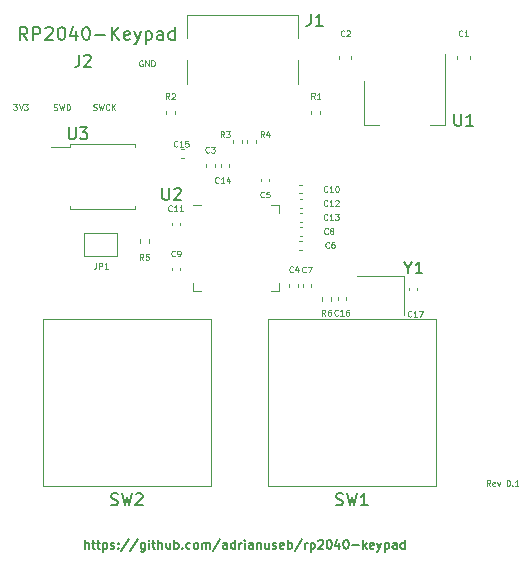
<source format=gbr>
%TF.GenerationSoftware,KiCad,Pcbnew,(6.0.7)*%
%TF.CreationDate,2022-09-14T15:08:01+02:00*%
%TF.ProjectId,rp2040-keypad,72703230-3430-42d6-9b65-797061642e6b,rev?*%
%TF.SameCoordinates,Original*%
%TF.FileFunction,Legend,Top*%
%TF.FilePolarity,Positive*%
%FSLAX46Y46*%
G04 Gerber Fmt 4.6, Leading zero omitted, Abs format (unit mm)*
G04 Created by KiCad (PCBNEW (6.0.7)) date 2022-09-14 15:08:01*
%MOMM*%
%LPD*%
G01*
G04 APERTURE LIST*
%ADD10C,0.100000*%
%ADD11C,0.150000*%
%ADD12C,0.120000*%
G04 APERTURE END LIST*
D10*
X180464285Y-97951190D02*
X180297619Y-97713095D01*
X180178571Y-97951190D02*
X180178571Y-97451190D01*
X180369047Y-97451190D01*
X180416666Y-97475000D01*
X180440476Y-97498809D01*
X180464285Y-97546428D01*
X180464285Y-97617857D01*
X180440476Y-97665476D01*
X180416666Y-97689285D01*
X180369047Y-97713095D01*
X180178571Y-97713095D01*
X180869047Y-97927380D02*
X180821428Y-97951190D01*
X180726190Y-97951190D01*
X180678571Y-97927380D01*
X180654761Y-97879761D01*
X180654761Y-97689285D01*
X180678571Y-97641666D01*
X180726190Y-97617857D01*
X180821428Y-97617857D01*
X180869047Y-97641666D01*
X180892857Y-97689285D01*
X180892857Y-97736904D01*
X180654761Y-97784523D01*
X181059523Y-97617857D02*
X181178571Y-97951190D01*
X181297619Y-97617857D01*
X181964285Y-97451190D02*
X182011904Y-97451190D01*
X182059523Y-97475000D01*
X182083333Y-97498809D01*
X182107142Y-97546428D01*
X182130952Y-97641666D01*
X182130952Y-97760714D01*
X182107142Y-97855952D01*
X182083333Y-97903571D01*
X182059523Y-97927380D01*
X182011904Y-97951190D01*
X181964285Y-97951190D01*
X181916666Y-97927380D01*
X181892857Y-97903571D01*
X181869047Y-97855952D01*
X181845238Y-97760714D01*
X181845238Y-97641666D01*
X181869047Y-97546428D01*
X181892857Y-97498809D01*
X181916666Y-97475000D01*
X181964285Y-97451190D01*
X182345238Y-97903571D02*
X182369047Y-97927380D01*
X182345238Y-97951190D01*
X182321428Y-97927380D01*
X182345238Y-97903571D01*
X182345238Y-97951190D01*
X182845238Y-97951190D02*
X182559523Y-97951190D01*
X182702380Y-97951190D02*
X182702380Y-97451190D01*
X182654761Y-97522619D01*
X182607142Y-97570238D01*
X182559523Y-97594047D01*
X151019047Y-61950000D02*
X150971428Y-61926190D01*
X150900000Y-61926190D01*
X150828571Y-61950000D01*
X150780952Y-61997619D01*
X150757142Y-62045238D01*
X150733333Y-62140476D01*
X150733333Y-62211904D01*
X150757142Y-62307142D01*
X150780952Y-62354761D01*
X150828571Y-62402380D01*
X150900000Y-62426190D01*
X150947619Y-62426190D01*
X151019047Y-62402380D01*
X151042857Y-62378571D01*
X151042857Y-62211904D01*
X150947619Y-62211904D01*
X151257142Y-62426190D02*
X151257142Y-61926190D01*
X151542857Y-62426190D01*
X151542857Y-61926190D01*
X151780952Y-62426190D02*
X151780952Y-61926190D01*
X151900000Y-61926190D01*
X151971428Y-61950000D01*
X152019047Y-61997619D01*
X152042857Y-62045238D01*
X152066666Y-62140476D01*
X152066666Y-62211904D01*
X152042857Y-62307142D01*
X152019047Y-62354761D01*
X151971428Y-62402380D01*
X151900000Y-62426190D01*
X151780952Y-62426190D01*
X146871428Y-66102380D02*
X146942857Y-66126190D01*
X147061904Y-66126190D01*
X147109523Y-66102380D01*
X147133333Y-66078571D01*
X147157142Y-66030952D01*
X147157142Y-65983333D01*
X147133333Y-65935714D01*
X147109523Y-65911904D01*
X147061904Y-65888095D01*
X146966666Y-65864285D01*
X146919047Y-65840476D01*
X146895238Y-65816666D01*
X146871428Y-65769047D01*
X146871428Y-65721428D01*
X146895238Y-65673809D01*
X146919047Y-65650000D01*
X146966666Y-65626190D01*
X147085714Y-65626190D01*
X147157142Y-65650000D01*
X147323809Y-65626190D02*
X147442857Y-66126190D01*
X147538095Y-65769047D01*
X147633333Y-66126190D01*
X147752380Y-65626190D01*
X148228571Y-66078571D02*
X148204761Y-66102380D01*
X148133333Y-66126190D01*
X148085714Y-66126190D01*
X148014285Y-66102380D01*
X147966666Y-66054761D01*
X147942857Y-66007142D01*
X147919047Y-65911904D01*
X147919047Y-65840476D01*
X147942857Y-65745238D01*
X147966666Y-65697619D01*
X148014285Y-65650000D01*
X148085714Y-65626190D01*
X148133333Y-65626190D01*
X148204761Y-65650000D01*
X148228571Y-65673809D01*
X148442857Y-66126190D02*
X148442857Y-65626190D01*
X148728571Y-66126190D02*
X148514285Y-65840476D01*
X148728571Y-65626190D02*
X148442857Y-65911904D01*
X140080952Y-65626190D02*
X140390476Y-65626190D01*
X140223809Y-65816666D01*
X140295238Y-65816666D01*
X140342857Y-65840476D01*
X140366666Y-65864285D01*
X140390476Y-65911904D01*
X140390476Y-66030952D01*
X140366666Y-66078571D01*
X140342857Y-66102380D01*
X140295238Y-66126190D01*
X140152380Y-66126190D01*
X140104761Y-66102380D01*
X140080952Y-66078571D01*
X140533333Y-65626190D02*
X140700000Y-66126190D01*
X140866666Y-65626190D01*
X140985714Y-65626190D02*
X141295238Y-65626190D01*
X141128571Y-65816666D01*
X141200000Y-65816666D01*
X141247619Y-65840476D01*
X141271428Y-65864285D01*
X141295238Y-65911904D01*
X141295238Y-66030952D01*
X141271428Y-66078571D01*
X141247619Y-66102380D01*
X141200000Y-66126190D01*
X141057142Y-66126190D01*
X141009523Y-66102380D01*
X140985714Y-66078571D01*
D11*
X146144285Y-103264285D02*
X146144285Y-102514285D01*
X146465714Y-103264285D02*
X146465714Y-102871428D01*
X146430000Y-102800000D01*
X146358571Y-102764285D01*
X146251428Y-102764285D01*
X146180000Y-102800000D01*
X146144285Y-102835714D01*
X146715714Y-102764285D02*
X147001428Y-102764285D01*
X146822857Y-102514285D02*
X146822857Y-103157142D01*
X146858571Y-103228571D01*
X146930000Y-103264285D01*
X147001428Y-103264285D01*
X147144285Y-102764285D02*
X147430000Y-102764285D01*
X147251428Y-102514285D02*
X147251428Y-103157142D01*
X147287142Y-103228571D01*
X147358571Y-103264285D01*
X147430000Y-103264285D01*
X147680000Y-102764285D02*
X147680000Y-103514285D01*
X147680000Y-102800000D02*
X147751428Y-102764285D01*
X147894285Y-102764285D01*
X147965714Y-102800000D01*
X148001428Y-102835714D01*
X148037142Y-102907142D01*
X148037142Y-103121428D01*
X148001428Y-103192857D01*
X147965714Y-103228571D01*
X147894285Y-103264285D01*
X147751428Y-103264285D01*
X147680000Y-103228571D01*
X148322857Y-103228571D02*
X148394285Y-103264285D01*
X148537142Y-103264285D01*
X148608571Y-103228571D01*
X148644285Y-103157142D01*
X148644285Y-103121428D01*
X148608571Y-103050000D01*
X148537142Y-103014285D01*
X148430000Y-103014285D01*
X148358571Y-102978571D01*
X148322857Y-102907142D01*
X148322857Y-102871428D01*
X148358571Y-102800000D01*
X148430000Y-102764285D01*
X148537142Y-102764285D01*
X148608571Y-102800000D01*
X148965714Y-103192857D02*
X149001428Y-103228571D01*
X148965714Y-103264285D01*
X148930000Y-103228571D01*
X148965714Y-103192857D01*
X148965714Y-103264285D01*
X148965714Y-102800000D02*
X149001428Y-102835714D01*
X148965714Y-102871428D01*
X148930000Y-102835714D01*
X148965714Y-102800000D01*
X148965714Y-102871428D01*
X149858571Y-102478571D02*
X149215714Y-103442857D01*
X150644285Y-102478571D02*
X150001428Y-103442857D01*
X151215714Y-102764285D02*
X151215714Y-103371428D01*
X151180000Y-103442857D01*
X151144285Y-103478571D01*
X151072857Y-103514285D01*
X150965714Y-103514285D01*
X150894285Y-103478571D01*
X151215714Y-103228571D02*
X151144285Y-103264285D01*
X151001428Y-103264285D01*
X150930000Y-103228571D01*
X150894285Y-103192857D01*
X150858571Y-103121428D01*
X150858571Y-102907142D01*
X150894285Y-102835714D01*
X150930000Y-102800000D01*
X151001428Y-102764285D01*
X151144285Y-102764285D01*
X151215714Y-102800000D01*
X151572857Y-103264285D02*
X151572857Y-102764285D01*
X151572857Y-102514285D02*
X151537142Y-102550000D01*
X151572857Y-102585714D01*
X151608571Y-102550000D01*
X151572857Y-102514285D01*
X151572857Y-102585714D01*
X151822857Y-102764285D02*
X152108571Y-102764285D01*
X151930000Y-102514285D02*
X151930000Y-103157142D01*
X151965714Y-103228571D01*
X152037142Y-103264285D01*
X152108571Y-103264285D01*
X152358571Y-103264285D02*
X152358571Y-102514285D01*
X152680000Y-103264285D02*
X152680000Y-102871428D01*
X152644285Y-102800000D01*
X152572857Y-102764285D01*
X152465714Y-102764285D01*
X152394285Y-102800000D01*
X152358571Y-102835714D01*
X153358571Y-102764285D02*
X153358571Y-103264285D01*
X153037142Y-102764285D02*
X153037142Y-103157142D01*
X153072857Y-103228571D01*
X153144285Y-103264285D01*
X153251428Y-103264285D01*
X153322857Y-103228571D01*
X153358571Y-103192857D01*
X153715714Y-103264285D02*
X153715714Y-102514285D01*
X153715714Y-102800000D02*
X153787142Y-102764285D01*
X153930000Y-102764285D01*
X154001428Y-102800000D01*
X154037142Y-102835714D01*
X154072857Y-102907142D01*
X154072857Y-103121428D01*
X154037142Y-103192857D01*
X154001428Y-103228571D01*
X153930000Y-103264285D01*
X153787142Y-103264285D01*
X153715714Y-103228571D01*
X154394285Y-103192857D02*
X154430000Y-103228571D01*
X154394285Y-103264285D01*
X154358571Y-103228571D01*
X154394285Y-103192857D01*
X154394285Y-103264285D01*
X155072857Y-103228571D02*
X155001428Y-103264285D01*
X154858571Y-103264285D01*
X154787142Y-103228571D01*
X154751428Y-103192857D01*
X154715714Y-103121428D01*
X154715714Y-102907142D01*
X154751428Y-102835714D01*
X154787142Y-102800000D01*
X154858571Y-102764285D01*
X155001428Y-102764285D01*
X155072857Y-102800000D01*
X155501428Y-103264285D02*
X155430000Y-103228571D01*
X155394285Y-103192857D01*
X155358571Y-103121428D01*
X155358571Y-102907142D01*
X155394285Y-102835714D01*
X155430000Y-102800000D01*
X155501428Y-102764285D01*
X155608571Y-102764285D01*
X155680000Y-102800000D01*
X155715714Y-102835714D01*
X155751428Y-102907142D01*
X155751428Y-103121428D01*
X155715714Y-103192857D01*
X155680000Y-103228571D01*
X155608571Y-103264285D01*
X155501428Y-103264285D01*
X156072857Y-103264285D02*
X156072857Y-102764285D01*
X156072857Y-102835714D02*
X156108571Y-102800000D01*
X156180000Y-102764285D01*
X156287142Y-102764285D01*
X156358571Y-102800000D01*
X156394285Y-102871428D01*
X156394285Y-103264285D01*
X156394285Y-102871428D02*
X156430000Y-102800000D01*
X156501428Y-102764285D01*
X156608571Y-102764285D01*
X156680000Y-102800000D01*
X156715714Y-102871428D01*
X156715714Y-103264285D01*
X157608571Y-102478571D02*
X156965714Y-103442857D01*
X158180000Y-103264285D02*
X158180000Y-102871428D01*
X158144285Y-102800000D01*
X158072857Y-102764285D01*
X157930000Y-102764285D01*
X157858571Y-102800000D01*
X158180000Y-103228571D02*
X158108571Y-103264285D01*
X157930000Y-103264285D01*
X157858571Y-103228571D01*
X157822857Y-103157142D01*
X157822857Y-103085714D01*
X157858571Y-103014285D01*
X157930000Y-102978571D01*
X158108571Y-102978571D01*
X158180000Y-102942857D01*
X158858571Y-103264285D02*
X158858571Y-102514285D01*
X158858571Y-103228571D02*
X158787142Y-103264285D01*
X158644285Y-103264285D01*
X158572857Y-103228571D01*
X158537142Y-103192857D01*
X158501428Y-103121428D01*
X158501428Y-102907142D01*
X158537142Y-102835714D01*
X158572857Y-102800000D01*
X158644285Y-102764285D01*
X158787142Y-102764285D01*
X158858571Y-102800000D01*
X159215714Y-103264285D02*
X159215714Y-102764285D01*
X159215714Y-102907142D02*
X159251428Y-102835714D01*
X159287142Y-102800000D01*
X159358571Y-102764285D01*
X159430000Y-102764285D01*
X159680000Y-103264285D02*
X159680000Y-102764285D01*
X159680000Y-102514285D02*
X159644285Y-102550000D01*
X159680000Y-102585714D01*
X159715714Y-102550000D01*
X159680000Y-102514285D01*
X159680000Y-102585714D01*
X160358571Y-103264285D02*
X160358571Y-102871428D01*
X160322857Y-102800000D01*
X160251428Y-102764285D01*
X160108571Y-102764285D01*
X160037142Y-102800000D01*
X160358571Y-103228571D02*
X160287142Y-103264285D01*
X160108571Y-103264285D01*
X160037142Y-103228571D01*
X160001428Y-103157142D01*
X160001428Y-103085714D01*
X160037142Y-103014285D01*
X160108571Y-102978571D01*
X160287142Y-102978571D01*
X160358571Y-102942857D01*
X160715714Y-102764285D02*
X160715714Y-103264285D01*
X160715714Y-102835714D02*
X160751428Y-102800000D01*
X160822857Y-102764285D01*
X160930000Y-102764285D01*
X161001428Y-102800000D01*
X161037142Y-102871428D01*
X161037142Y-103264285D01*
X161715714Y-102764285D02*
X161715714Y-103264285D01*
X161394285Y-102764285D02*
X161394285Y-103157142D01*
X161430000Y-103228571D01*
X161501428Y-103264285D01*
X161608571Y-103264285D01*
X161680000Y-103228571D01*
X161715714Y-103192857D01*
X162037142Y-103228571D02*
X162108571Y-103264285D01*
X162251428Y-103264285D01*
X162322857Y-103228571D01*
X162358571Y-103157142D01*
X162358571Y-103121428D01*
X162322857Y-103050000D01*
X162251428Y-103014285D01*
X162144285Y-103014285D01*
X162072857Y-102978571D01*
X162037142Y-102907142D01*
X162037142Y-102871428D01*
X162072857Y-102800000D01*
X162144285Y-102764285D01*
X162251428Y-102764285D01*
X162322857Y-102800000D01*
X162965714Y-103228571D02*
X162894285Y-103264285D01*
X162751428Y-103264285D01*
X162680000Y-103228571D01*
X162644285Y-103157142D01*
X162644285Y-102871428D01*
X162680000Y-102800000D01*
X162751428Y-102764285D01*
X162894285Y-102764285D01*
X162965714Y-102800000D01*
X163001428Y-102871428D01*
X163001428Y-102942857D01*
X162644285Y-103014285D01*
X163322857Y-103264285D02*
X163322857Y-102514285D01*
X163322857Y-102800000D02*
X163394285Y-102764285D01*
X163537142Y-102764285D01*
X163608571Y-102800000D01*
X163644285Y-102835714D01*
X163680000Y-102907142D01*
X163680000Y-103121428D01*
X163644285Y-103192857D01*
X163608571Y-103228571D01*
X163537142Y-103264285D01*
X163394285Y-103264285D01*
X163322857Y-103228571D01*
X164537142Y-102478571D02*
X163894285Y-103442857D01*
X164787142Y-103264285D02*
X164787142Y-102764285D01*
X164787142Y-102907142D02*
X164822857Y-102835714D01*
X164858571Y-102800000D01*
X164930000Y-102764285D01*
X165001428Y-102764285D01*
X165251428Y-102764285D02*
X165251428Y-103514285D01*
X165251428Y-102800000D02*
X165322857Y-102764285D01*
X165465714Y-102764285D01*
X165537142Y-102800000D01*
X165572857Y-102835714D01*
X165608571Y-102907142D01*
X165608571Y-103121428D01*
X165572857Y-103192857D01*
X165537142Y-103228571D01*
X165465714Y-103264285D01*
X165322857Y-103264285D01*
X165251428Y-103228571D01*
X165894285Y-102585714D02*
X165930000Y-102550000D01*
X166001428Y-102514285D01*
X166180000Y-102514285D01*
X166251428Y-102550000D01*
X166287142Y-102585714D01*
X166322857Y-102657142D01*
X166322857Y-102728571D01*
X166287142Y-102835714D01*
X165858571Y-103264285D01*
X166322857Y-103264285D01*
X166787142Y-102514285D02*
X166858571Y-102514285D01*
X166930000Y-102550000D01*
X166965714Y-102585714D01*
X167001428Y-102657142D01*
X167037142Y-102800000D01*
X167037142Y-102978571D01*
X167001428Y-103121428D01*
X166965714Y-103192857D01*
X166930000Y-103228571D01*
X166858571Y-103264285D01*
X166787142Y-103264285D01*
X166715714Y-103228571D01*
X166680000Y-103192857D01*
X166644285Y-103121428D01*
X166608571Y-102978571D01*
X166608571Y-102800000D01*
X166644285Y-102657142D01*
X166680000Y-102585714D01*
X166715714Y-102550000D01*
X166787142Y-102514285D01*
X167680000Y-102764285D02*
X167680000Y-103264285D01*
X167501428Y-102478571D02*
X167322857Y-103014285D01*
X167787142Y-103014285D01*
X168215714Y-102514285D02*
X168287142Y-102514285D01*
X168358571Y-102550000D01*
X168394285Y-102585714D01*
X168430000Y-102657142D01*
X168465714Y-102800000D01*
X168465714Y-102978571D01*
X168430000Y-103121428D01*
X168394285Y-103192857D01*
X168358571Y-103228571D01*
X168287142Y-103264285D01*
X168215714Y-103264285D01*
X168144285Y-103228571D01*
X168108571Y-103192857D01*
X168072857Y-103121428D01*
X168037142Y-102978571D01*
X168037142Y-102800000D01*
X168072857Y-102657142D01*
X168108571Y-102585714D01*
X168144285Y-102550000D01*
X168215714Y-102514285D01*
X168787142Y-102978571D02*
X169358571Y-102978571D01*
X169715714Y-103264285D02*
X169715714Y-102514285D01*
X169787142Y-102978571D02*
X170001428Y-103264285D01*
X170001428Y-102764285D02*
X169715714Y-103050000D01*
X170608571Y-103228571D02*
X170537142Y-103264285D01*
X170394285Y-103264285D01*
X170322857Y-103228571D01*
X170287142Y-103157142D01*
X170287142Y-102871428D01*
X170322857Y-102800000D01*
X170394285Y-102764285D01*
X170537142Y-102764285D01*
X170608571Y-102800000D01*
X170644285Y-102871428D01*
X170644285Y-102942857D01*
X170287142Y-103014285D01*
X170894285Y-102764285D02*
X171072857Y-103264285D01*
X171251428Y-102764285D02*
X171072857Y-103264285D01*
X171001428Y-103442857D01*
X170965714Y-103478571D01*
X170894285Y-103514285D01*
X171537142Y-102764285D02*
X171537142Y-103514285D01*
X171537142Y-102800000D02*
X171608571Y-102764285D01*
X171751428Y-102764285D01*
X171822857Y-102800000D01*
X171858571Y-102835714D01*
X171894285Y-102907142D01*
X171894285Y-103121428D01*
X171858571Y-103192857D01*
X171822857Y-103228571D01*
X171751428Y-103264285D01*
X171608571Y-103264285D01*
X171537142Y-103228571D01*
X172537142Y-103264285D02*
X172537142Y-102871428D01*
X172501428Y-102800000D01*
X172430000Y-102764285D01*
X172287142Y-102764285D01*
X172215714Y-102800000D01*
X172537142Y-103228571D02*
X172465714Y-103264285D01*
X172287142Y-103264285D01*
X172215714Y-103228571D01*
X172180000Y-103157142D01*
X172180000Y-103085714D01*
X172215714Y-103014285D01*
X172287142Y-102978571D01*
X172465714Y-102978571D01*
X172537142Y-102942857D01*
X173215714Y-103264285D02*
X173215714Y-102514285D01*
X173215714Y-103228571D02*
X173144285Y-103264285D01*
X173001428Y-103264285D01*
X172930000Y-103228571D01*
X172894285Y-103192857D01*
X172858571Y-103121428D01*
X172858571Y-102907142D01*
X172894285Y-102835714D01*
X172930000Y-102800000D01*
X173001428Y-102764285D01*
X173144285Y-102764285D01*
X173215714Y-102800000D01*
X141280952Y-60192619D02*
X140914285Y-59668809D01*
X140652380Y-60192619D02*
X140652380Y-59092619D01*
X141071428Y-59092619D01*
X141176190Y-59145000D01*
X141228571Y-59197380D01*
X141280952Y-59302142D01*
X141280952Y-59459285D01*
X141228571Y-59564047D01*
X141176190Y-59616428D01*
X141071428Y-59668809D01*
X140652380Y-59668809D01*
X141752380Y-60192619D02*
X141752380Y-59092619D01*
X142171428Y-59092619D01*
X142276190Y-59145000D01*
X142328571Y-59197380D01*
X142380952Y-59302142D01*
X142380952Y-59459285D01*
X142328571Y-59564047D01*
X142276190Y-59616428D01*
X142171428Y-59668809D01*
X141752380Y-59668809D01*
X142800000Y-59197380D02*
X142852380Y-59145000D01*
X142957142Y-59092619D01*
X143219047Y-59092619D01*
X143323809Y-59145000D01*
X143376190Y-59197380D01*
X143428571Y-59302142D01*
X143428571Y-59406904D01*
X143376190Y-59564047D01*
X142747619Y-60192619D01*
X143428571Y-60192619D01*
X144109523Y-59092619D02*
X144214285Y-59092619D01*
X144319047Y-59145000D01*
X144371428Y-59197380D01*
X144423809Y-59302142D01*
X144476190Y-59511666D01*
X144476190Y-59773571D01*
X144423809Y-59983095D01*
X144371428Y-60087857D01*
X144319047Y-60140238D01*
X144214285Y-60192619D01*
X144109523Y-60192619D01*
X144004761Y-60140238D01*
X143952380Y-60087857D01*
X143900000Y-59983095D01*
X143847619Y-59773571D01*
X143847619Y-59511666D01*
X143900000Y-59302142D01*
X143952380Y-59197380D01*
X144004761Y-59145000D01*
X144109523Y-59092619D01*
X145419047Y-59459285D02*
X145419047Y-60192619D01*
X145157142Y-59040238D02*
X144895238Y-59825952D01*
X145576190Y-59825952D01*
X146204761Y-59092619D02*
X146309523Y-59092619D01*
X146414285Y-59145000D01*
X146466666Y-59197380D01*
X146519047Y-59302142D01*
X146571428Y-59511666D01*
X146571428Y-59773571D01*
X146519047Y-59983095D01*
X146466666Y-60087857D01*
X146414285Y-60140238D01*
X146309523Y-60192619D01*
X146204761Y-60192619D01*
X146100000Y-60140238D01*
X146047619Y-60087857D01*
X145995238Y-59983095D01*
X145942857Y-59773571D01*
X145942857Y-59511666D01*
X145995238Y-59302142D01*
X146047619Y-59197380D01*
X146100000Y-59145000D01*
X146204761Y-59092619D01*
X147042857Y-59773571D02*
X147880952Y-59773571D01*
X148404761Y-60192619D02*
X148404761Y-59092619D01*
X149033333Y-60192619D02*
X148561904Y-59564047D01*
X149033333Y-59092619D02*
X148404761Y-59721190D01*
X149923809Y-60140238D02*
X149819047Y-60192619D01*
X149609523Y-60192619D01*
X149504761Y-60140238D01*
X149452380Y-60035476D01*
X149452380Y-59616428D01*
X149504761Y-59511666D01*
X149609523Y-59459285D01*
X149819047Y-59459285D01*
X149923809Y-59511666D01*
X149976190Y-59616428D01*
X149976190Y-59721190D01*
X149452380Y-59825952D01*
X150342857Y-59459285D02*
X150604761Y-60192619D01*
X150866666Y-59459285D02*
X150604761Y-60192619D01*
X150500000Y-60454523D01*
X150447619Y-60506904D01*
X150342857Y-60559285D01*
X151285714Y-59459285D02*
X151285714Y-60559285D01*
X151285714Y-59511666D02*
X151390476Y-59459285D01*
X151600000Y-59459285D01*
X151704761Y-59511666D01*
X151757142Y-59564047D01*
X151809523Y-59668809D01*
X151809523Y-59983095D01*
X151757142Y-60087857D01*
X151704761Y-60140238D01*
X151600000Y-60192619D01*
X151390476Y-60192619D01*
X151285714Y-60140238D01*
X152752380Y-60192619D02*
X152752380Y-59616428D01*
X152700000Y-59511666D01*
X152595238Y-59459285D01*
X152385714Y-59459285D01*
X152280952Y-59511666D01*
X152752380Y-60140238D02*
X152647619Y-60192619D01*
X152385714Y-60192619D01*
X152280952Y-60140238D01*
X152228571Y-60035476D01*
X152228571Y-59930714D01*
X152280952Y-59825952D01*
X152385714Y-59773571D01*
X152647619Y-59773571D01*
X152752380Y-59721190D01*
X153747619Y-60192619D02*
X153747619Y-59092619D01*
X153747619Y-60140238D02*
X153642857Y-60192619D01*
X153433333Y-60192619D01*
X153328571Y-60140238D01*
X153276190Y-60087857D01*
X153223809Y-59983095D01*
X153223809Y-59668809D01*
X153276190Y-59564047D01*
X153328571Y-59511666D01*
X153433333Y-59459285D01*
X153642857Y-59459285D01*
X153747619Y-59511666D01*
D10*
X143521428Y-66102380D02*
X143592857Y-66126190D01*
X143711904Y-66126190D01*
X143759523Y-66102380D01*
X143783333Y-66078571D01*
X143807142Y-66030952D01*
X143807142Y-65983333D01*
X143783333Y-65935714D01*
X143759523Y-65911904D01*
X143711904Y-65888095D01*
X143616666Y-65864285D01*
X143569047Y-65840476D01*
X143545238Y-65816666D01*
X143521428Y-65769047D01*
X143521428Y-65721428D01*
X143545238Y-65673809D01*
X143569047Y-65650000D01*
X143616666Y-65626190D01*
X143735714Y-65626190D01*
X143807142Y-65650000D01*
X143973809Y-65626190D02*
X144092857Y-66126190D01*
X144188095Y-65769047D01*
X144283333Y-66126190D01*
X144402380Y-65626190D01*
X144592857Y-66126190D02*
X144592857Y-65626190D01*
X144711904Y-65626190D01*
X144783333Y-65650000D01*
X144830952Y-65697619D01*
X144854761Y-65745238D01*
X144878571Y-65840476D01*
X144878571Y-65911904D01*
X144854761Y-66007142D01*
X144830952Y-66054761D01*
X144783333Y-66102380D01*
X144711904Y-66126190D01*
X144592857Y-66126190D01*
%TO.C,C7*%
X164841666Y-79828571D02*
X164817857Y-79852380D01*
X164746428Y-79876190D01*
X164698809Y-79876190D01*
X164627380Y-79852380D01*
X164579761Y-79804761D01*
X164555952Y-79757142D01*
X164532142Y-79661904D01*
X164532142Y-79590476D01*
X164555952Y-79495238D01*
X164579761Y-79447619D01*
X164627380Y-79400000D01*
X164698809Y-79376190D01*
X164746428Y-79376190D01*
X164817857Y-79400000D01*
X164841666Y-79423809D01*
X165008333Y-79376190D02*
X165341666Y-79376190D01*
X165127380Y-79876190D01*
%TO.C,C13*%
X166678571Y-75378571D02*
X166654761Y-75402380D01*
X166583333Y-75426190D01*
X166535714Y-75426190D01*
X166464285Y-75402380D01*
X166416666Y-75354761D01*
X166392857Y-75307142D01*
X166369047Y-75211904D01*
X166369047Y-75140476D01*
X166392857Y-75045238D01*
X166416666Y-74997619D01*
X166464285Y-74950000D01*
X166535714Y-74926190D01*
X166583333Y-74926190D01*
X166654761Y-74950000D01*
X166678571Y-74973809D01*
X167154761Y-75426190D02*
X166869047Y-75426190D01*
X167011904Y-75426190D02*
X167011904Y-74926190D01*
X166964285Y-74997619D01*
X166916666Y-75045238D01*
X166869047Y-75069047D01*
X167321428Y-74926190D02*
X167630952Y-74926190D01*
X167464285Y-75116666D01*
X167535714Y-75116666D01*
X167583333Y-75140476D01*
X167607142Y-75164285D01*
X167630952Y-75211904D01*
X167630952Y-75330952D01*
X167607142Y-75378571D01*
X167583333Y-75402380D01*
X167535714Y-75426190D01*
X167392857Y-75426190D01*
X167345238Y-75402380D01*
X167321428Y-75378571D01*
%TO.C,C2*%
X168116666Y-59828571D02*
X168092857Y-59852380D01*
X168021428Y-59876190D01*
X167973809Y-59876190D01*
X167902380Y-59852380D01*
X167854761Y-59804761D01*
X167830952Y-59757142D01*
X167807142Y-59661904D01*
X167807142Y-59590476D01*
X167830952Y-59495238D01*
X167854761Y-59447619D01*
X167902380Y-59400000D01*
X167973809Y-59376190D01*
X168021428Y-59376190D01*
X168092857Y-59400000D01*
X168116666Y-59423809D01*
X168307142Y-59423809D02*
X168330952Y-59400000D01*
X168378571Y-59376190D01*
X168497619Y-59376190D01*
X168545238Y-59400000D01*
X168569047Y-59423809D01*
X168592857Y-59471428D01*
X168592857Y-59519047D01*
X168569047Y-59590476D01*
X168283333Y-59876190D01*
X168592857Y-59876190D01*
%TO.C,C9*%
X153766666Y-78478571D02*
X153742857Y-78502380D01*
X153671428Y-78526190D01*
X153623809Y-78526190D01*
X153552380Y-78502380D01*
X153504761Y-78454761D01*
X153480952Y-78407142D01*
X153457142Y-78311904D01*
X153457142Y-78240476D01*
X153480952Y-78145238D01*
X153504761Y-78097619D01*
X153552380Y-78050000D01*
X153623809Y-78026190D01*
X153671428Y-78026190D01*
X153742857Y-78050000D01*
X153766666Y-78073809D01*
X154004761Y-78526190D02*
X154100000Y-78526190D01*
X154147619Y-78502380D01*
X154171428Y-78478571D01*
X154219047Y-78407142D01*
X154242857Y-78311904D01*
X154242857Y-78121428D01*
X154219047Y-78073809D01*
X154195238Y-78050000D01*
X154147619Y-78026190D01*
X154052380Y-78026190D01*
X154004761Y-78050000D01*
X153980952Y-78073809D01*
X153957142Y-78121428D01*
X153957142Y-78240476D01*
X153980952Y-78288095D01*
X154004761Y-78311904D01*
X154052380Y-78335714D01*
X154147619Y-78335714D01*
X154195238Y-78311904D01*
X154219047Y-78288095D01*
X154242857Y-78240476D01*
%TO.C,C6*%
X166816666Y-77753571D02*
X166792857Y-77777380D01*
X166721428Y-77801190D01*
X166673809Y-77801190D01*
X166602380Y-77777380D01*
X166554761Y-77729761D01*
X166530952Y-77682142D01*
X166507142Y-77586904D01*
X166507142Y-77515476D01*
X166530952Y-77420238D01*
X166554761Y-77372619D01*
X166602380Y-77325000D01*
X166673809Y-77301190D01*
X166721428Y-77301190D01*
X166792857Y-77325000D01*
X166816666Y-77348809D01*
X167245238Y-77301190D02*
X167150000Y-77301190D01*
X167102380Y-77325000D01*
X167078571Y-77348809D01*
X167030952Y-77420238D01*
X167007142Y-77515476D01*
X167007142Y-77705952D01*
X167030952Y-77753571D01*
X167054761Y-77777380D01*
X167102380Y-77801190D01*
X167197619Y-77801190D01*
X167245238Y-77777380D01*
X167269047Y-77753571D01*
X167292857Y-77705952D01*
X167292857Y-77586904D01*
X167269047Y-77539285D01*
X167245238Y-77515476D01*
X167197619Y-77491666D01*
X167102380Y-77491666D01*
X167054761Y-77515476D01*
X167030952Y-77539285D01*
X167007142Y-77586904D01*
%TO.C,C8*%
X166716666Y-76578571D02*
X166692857Y-76602380D01*
X166621428Y-76626190D01*
X166573809Y-76626190D01*
X166502380Y-76602380D01*
X166454761Y-76554761D01*
X166430952Y-76507142D01*
X166407142Y-76411904D01*
X166407142Y-76340476D01*
X166430952Y-76245238D01*
X166454761Y-76197619D01*
X166502380Y-76150000D01*
X166573809Y-76126190D01*
X166621428Y-76126190D01*
X166692857Y-76150000D01*
X166716666Y-76173809D01*
X167002380Y-76340476D02*
X166954761Y-76316666D01*
X166930952Y-76292857D01*
X166907142Y-76245238D01*
X166907142Y-76221428D01*
X166930952Y-76173809D01*
X166954761Y-76150000D01*
X167002380Y-76126190D01*
X167097619Y-76126190D01*
X167145238Y-76150000D01*
X167169047Y-76173809D01*
X167192857Y-76221428D01*
X167192857Y-76245238D01*
X167169047Y-76292857D01*
X167145238Y-76316666D01*
X167097619Y-76340476D01*
X167002380Y-76340476D01*
X166954761Y-76364285D01*
X166930952Y-76388095D01*
X166907142Y-76435714D01*
X166907142Y-76530952D01*
X166930952Y-76578571D01*
X166954761Y-76602380D01*
X167002380Y-76626190D01*
X167097619Y-76626190D01*
X167145238Y-76602380D01*
X167169047Y-76578571D01*
X167192857Y-76530952D01*
X167192857Y-76435714D01*
X167169047Y-76388095D01*
X167145238Y-76364285D01*
X167097619Y-76340476D01*
D11*
%TO.C,Y1*%
X173523809Y-79476190D02*
X173523809Y-79952380D01*
X173190476Y-78952380D02*
X173523809Y-79476190D01*
X173857142Y-78952380D01*
X174714285Y-79952380D02*
X174142857Y-79952380D01*
X174428571Y-79952380D02*
X174428571Y-78952380D01*
X174333333Y-79095238D01*
X174238095Y-79190476D01*
X174142857Y-79238095D01*
D10*
%TO.C,R4*%
X161316666Y-68426190D02*
X161150000Y-68188095D01*
X161030952Y-68426190D02*
X161030952Y-67926190D01*
X161221428Y-67926190D01*
X161269047Y-67950000D01*
X161292857Y-67973809D01*
X161316666Y-68021428D01*
X161316666Y-68092857D01*
X161292857Y-68140476D01*
X161269047Y-68164285D01*
X161221428Y-68188095D01*
X161030952Y-68188095D01*
X161745238Y-68092857D02*
X161745238Y-68426190D01*
X161626190Y-67902380D02*
X161507142Y-68259523D01*
X161816666Y-68259523D01*
%TO.C,C4*%
X163766666Y-79803571D02*
X163742857Y-79827380D01*
X163671428Y-79851190D01*
X163623809Y-79851190D01*
X163552380Y-79827380D01*
X163504761Y-79779761D01*
X163480952Y-79732142D01*
X163457142Y-79636904D01*
X163457142Y-79565476D01*
X163480952Y-79470238D01*
X163504761Y-79422619D01*
X163552380Y-79375000D01*
X163623809Y-79351190D01*
X163671428Y-79351190D01*
X163742857Y-79375000D01*
X163766666Y-79398809D01*
X164195238Y-79517857D02*
X164195238Y-79851190D01*
X164076190Y-79327380D02*
X163957142Y-79684523D01*
X164266666Y-79684523D01*
D11*
%TO.C,SW2*%
X148366666Y-99529761D02*
X148509523Y-99577380D01*
X148747619Y-99577380D01*
X148842857Y-99529761D01*
X148890476Y-99482142D01*
X148938095Y-99386904D01*
X148938095Y-99291666D01*
X148890476Y-99196428D01*
X148842857Y-99148809D01*
X148747619Y-99101190D01*
X148557142Y-99053571D01*
X148461904Y-99005952D01*
X148414285Y-98958333D01*
X148366666Y-98863095D01*
X148366666Y-98767857D01*
X148414285Y-98672619D01*
X148461904Y-98625000D01*
X148557142Y-98577380D01*
X148795238Y-98577380D01*
X148938095Y-98625000D01*
X149271428Y-98577380D02*
X149509523Y-99577380D01*
X149700000Y-98863095D01*
X149890476Y-99577380D01*
X150128571Y-98577380D01*
X150461904Y-98672619D02*
X150509523Y-98625000D01*
X150604761Y-98577380D01*
X150842857Y-98577380D01*
X150938095Y-98625000D01*
X150985714Y-98672619D01*
X151033333Y-98767857D01*
X151033333Y-98863095D01*
X150985714Y-99005952D01*
X150414285Y-99577380D01*
X151033333Y-99577380D01*
%TO.C,U2*%
X152713095Y-72727380D02*
X152713095Y-73536904D01*
X152760714Y-73632142D01*
X152808333Y-73679761D01*
X152903571Y-73727380D01*
X153094047Y-73727380D01*
X153189285Y-73679761D01*
X153236904Y-73632142D01*
X153284523Y-73536904D01*
X153284523Y-72727380D01*
X153713095Y-72822619D02*
X153760714Y-72775000D01*
X153855952Y-72727380D01*
X154094047Y-72727380D01*
X154189285Y-72775000D01*
X154236904Y-72822619D01*
X154284523Y-72917857D01*
X154284523Y-73013095D01*
X154236904Y-73155952D01*
X153665476Y-73727380D01*
X154284523Y-73727380D01*
%TO.C,U3*%
X144788095Y-67602380D02*
X144788095Y-68411904D01*
X144835714Y-68507142D01*
X144883333Y-68554761D01*
X144978571Y-68602380D01*
X145169047Y-68602380D01*
X145264285Y-68554761D01*
X145311904Y-68507142D01*
X145359523Y-68411904D01*
X145359523Y-67602380D01*
X145740476Y-67602380D02*
X146359523Y-67602380D01*
X146026190Y-67983333D01*
X146169047Y-67983333D01*
X146264285Y-68030952D01*
X146311904Y-68078571D01*
X146359523Y-68173809D01*
X146359523Y-68411904D01*
X146311904Y-68507142D01*
X146264285Y-68554761D01*
X146169047Y-68602380D01*
X145883333Y-68602380D01*
X145788095Y-68554761D01*
X145740476Y-68507142D01*
D10*
%TO.C,C16*%
X167578571Y-83478571D02*
X167554761Y-83502380D01*
X167483333Y-83526190D01*
X167435714Y-83526190D01*
X167364285Y-83502380D01*
X167316666Y-83454761D01*
X167292857Y-83407142D01*
X167269047Y-83311904D01*
X167269047Y-83240476D01*
X167292857Y-83145238D01*
X167316666Y-83097619D01*
X167364285Y-83050000D01*
X167435714Y-83026190D01*
X167483333Y-83026190D01*
X167554761Y-83050000D01*
X167578571Y-83073809D01*
X168054761Y-83526190D02*
X167769047Y-83526190D01*
X167911904Y-83526190D02*
X167911904Y-83026190D01*
X167864285Y-83097619D01*
X167816666Y-83145238D01*
X167769047Y-83169047D01*
X168483333Y-83026190D02*
X168388095Y-83026190D01*
X168340476Y-83050000D01*
X168316666Y-83073809D01*
X168269047Y-83145238D01*
X168245238Y-83240476D01*
X168245238Y-83430952D01*
X168269047Y-83478571D01*
X168292857Y-83502380D01*
X168340476Y-83526190D01*
X168435714Y-83526190D01*
X168483333Y-83502380D01*
X168507142Y-83478571D01*
X168530952Y-83430952D01*
X168530952Y-83311904D01*
X168507142Y-83264285D01*
X168483333Y-83240476D01*
X168435714Y-83216666D01*
X168340476Y-83216666D01*
X168292857Y-83240476D01*
X168269047Y-83264285D01*
X168245238Y-83311904D01*
%TO.C,C1*%
X178116666Y-59828571D02*
X178092857Y-59852380D01*
X178021428Y-59876190D01*
X177973809Y-59876190D01*
X177902380Y-59852380D01*
X177854761Y-59804761D01*
X177830952Y-59757142D01*
X177807142Y-59661904D01*
X177807142Y-59590476D01*
X177830952Y-59495238D01*
X177854761Y-59447619D01*
X177902380Y-59400000D01*
X177973809Y-59376190D01*
X178021428Y-59376190D01*
X178092857Y-59400000D01*
X178116666Y-59423809D01*
X178592857Y-59876190D02*
X178307142Y-59876190D01*
X178450000Y-59876190D02*
X178450000Y-59376190D01*
X178402380Y-59447619D01*
X178354761Y-59495238D01*
X178307142Y-59519047D01*
%TO.C,C14*%
X157478571Y-72253571D02*
X157454761Y-72277380D01*
X157383333Y-72301190D01*
X157335714Y-72301190D01*
X157264285Y-72277380D01*
X157216666Y-72229761D01*
X157192857Y-72182142D01*
X157169047Y-72086904D01*
X157169047Y-72015476D01*
X157192857Y-71920238D01*
X157216666Y-71872619D01*
X157264285Y-71825000D01*
X157335714Y-71801190D01*
X157383333Y-71801190D01*
X157454761Y-71825000D01*
X157478571Y-71848809D01*
X157954761Y-72301190D02*
X157669047Y-72301190D01*
X157811904Y-72301190D02*
X157811904Y-71801190D01*
X157764285Y-71872619D01*
X157716666Y-71920238D01*
X157669047Y-71944047D01*
X158383333Y-71967857D02*
X158383333Y-72301190D01*
X158264285Y-71777380D02*
X158145238Y-72134523D01*
X158454761Y-72134523D01*
%TO.C,C12*%
X166678571Y-74203571D02*
X166654761Y-74227380D01*
X166583333Y-74251190D01*
X166535714Y-74251190D01*
X166464285Y-74227380D01*
X166416666Y-74179761D01*
X166392857Y-74132142D01*
X166369047Y-74036904D01*
X166369047Y-73965476D01*
X166392857Y-73870238D01*
X166416666Y-73822619D01*
X166464285Y-73775000D01*
X166535714Y-73751190D01*
X166583333Y-73751190D01*
X166654761Y-73775000D01*
X166678571Y-73798809D01*
X167154761Y-74251190D02*
X166869047Y-74251190D01*
X167011904Y-74251190D02*
X167011904Y-73751190D01*
X166964285Y-73822619D01*
X166916666Y-73870238D01*
X166869047Y-73894047D01*
X167345238Y-73798809D02*
X167369047Y-73775000D01*
X167416666Y-73751190D01*
X167535714Y-73751190D01*
X167583333Y-73775000D01*
X167607142Y-73798809D01*
X167630952Y-73846428D01*
X167630952Y-73894047D01*
X167607142Y-73965476D01*
X167321428Y-74251190D01*
X167630952Y-74251190D01*
%TO.C,R5*%
X151091666Y-78826190D02*
X150925000Y-78588095D01*
X150805952Y-78826190D02*
X150805952Y-78326190D01*
X150996428Y-78326190D01*
X151044047Y-78350000D01*
X151067857Y-78373809D01*
X151091666Y-78421428D01*
X151091666Y-78492857D01*
X151067857Y-78540476D01*
X151044047Y-78564285D01*
X150996428Y-78588095D01*
X150805952Y-78588095D01*
X151544047Y-78326190D02*
X151305952Y-78326190D01*
X151282142Y-78564285D01*
X151305952Y-78540476D01*
X151353571Y-78516666D01*
X151472619Y-78516666D01*
X151520238Y-78540476D01*
X151544047Y-78564285D01*
X151567857Y-78611904D01*
X151567857Y-78730952D01*
X151544047Y-78778571D01*
X151520238Y-78802380D01*
X151472619Y-78826190D01*
X151353571Y-78826190D01*
X151305952Y-78802380D01*
X151282142Y-78778571D01*
%TO.C,R6*%
X166516666Y-83526190D02*
X166350000Y-83288095D01*
X166230952Y-83526190D02*
X166230952Y-83026190D01*
X166421428Y-83026190D01*
X166469047Y-83050000D01*
X166492857Y-83073809D01*
X166516666Y-83121428D01*
X166516666Y-83192857D01*
X166492857Y-83240476D01*
X166469047Y-83264285D01*
X166421428Y-83288095D01*
X166230952Y-83288095D01*
X166945238Y-83026190D02*
X166850000Y-83026190D01*
X166802380Y-83050000D01*
X166778571Y-83073809D01*
X166730952Y-83145238D01*
X166707142Y-83240476D01*
X166707142Y-83430952D01*
X166730952Y-83478571D01*
X166754761Y-83502380D01*
X166802380Y-83526190D01*
X166897619Y-83526190D01*
X166945238Y-83502380D01*
X166969047Y-83478571D01*
X166992857Y-83430952D01*
X166992857Y-83311904D01*
X166969047Y-83264285D01*
X166945238Y-83240476D01*
X166897619Y-83216666D01*
X166802380Y-83216666D01*
X166754761Y-83240476D01*
X166730952Y-83264285D01*
X166707142Y-83311904D01*
%TO.C,C17*%
X173778571Y-83578571D02*
X173754761Y-83602380D01*
X173683333Y-83626190D01*
X173635714Y-83626190D01*
X173564285Y-83602380D01*
X173516666Y-83554761D01*
X173492857Y-83507142D01*
X173469047Y-83411904D01*
X173469047Y-83340476D01*
X173492857Y-83245238D01*
X173516666Y-83197619D01*
X173564285Y-83150000D01*
X173635714Y-83126190D01*
X173683333Y-83126190D01*
X173754761Y-83150000D01*
X173778571Y-83173809D01*
X174254761Y-83626190D02*
X173969047Y-83626190D01*
X174111904Y-83626190D02*
X174111904Y-83126190D01*
X174064285Y-83197619D01*
X174016666Y-83245238D01*
X173969047Y-83269047D01*
X174421428Y-83126190D02*
X174754761Y-83126190D01*
X174540476Y-83626190D01*
D11*
%TO.C,J1*%
X165266666Y-58002380D02*
X165266666Y-58716666D01*
X165219047Y-58859523D01*
X165123809Y-58954761D01*
X164980952Y-59002380D01*
X164885714Y-59002380D01*
X166266666Y-59002380D02*
X165695238Y-59002380D01*
X165980952Y-59002380D02*
X165980952Y-58002380D01*
X165885714Y-58145238D01*
X165790476Y-58240476D01*
X165695238Y-58288095D01*
D10*
%TO.C,R2*%
X153291666Y-65201190D02*
X153125000Y-64963095D01*
X153005952Y-65201190D02*
X153005952Y-64701190D01*
X153196428Y-64701190D01*
X153244047Y-64725000D01*
X153267857Y-64748809D01*
X153291666Y-64796428D01*
X153291666Y-64867857D01*
X153267857Y-64915476D01*
X153244047Y-64939285D01*
X153196428Y-64963095D01*
X153005952Y-64963095D01*
X153482142Y-64748809D02*
X153505952Y-64725000D01*
X153553571Y-64701190D01*
X153672619Y-64701190D01*
X153720238Y-64725000D01*
X153744047Y-64748809D01*
X153767857Y-64796428D01*
X153767857Y-64844047D01*
X153744047Y-64915476D01*
X153458333Y-65201190D01*
X153767857Y-65201190D01*
%TO.C,C5*%
X161316666Y-73478571D02*
X161292857Y-73502380D01*
X161221428Y-73526190D01*
X161173809Y-73526190D01*
X161102380Y-73502380D01*
X161054761Y-73454761D01*
X161030952Y-73407142D01*
X161007142Y-73311904D01*
X161007142Y-73240476D01*
X161030952Y-73145238D01*
X161054761Y-73097619D01*
X161102380Y-73050000D01*
X161173809Y-73026190D01*
X161221428Y-73026190D01*
X161292857Y-73050000D01*
X161316666Y-73073809D01*
X161769047Y-73026190D02*
X161530952Y-73026190D01*
X161507142Y-73264285D01*
X161530952Y-73240476D01*
X161578571Y-73216666D01*
X161697619Y-73216666D01*
X161745238Y-73240476D01*
X161769047Y-73264285D01*
X161792857Y-73311904D01*
X161792857Y-73430952D01*
X161769047Y-73478571D01*
X161745238Y-73502380D01*
X161697619Y-73526190D01*
X161578571Y-73526190D01*
X161530952Y-73502380D01*
X161507142Y-73478571D01*
%TO.C,C15*%
X153970735Y-69178571D02*
X153946925Y-69202380D01*
X153875497Y-69226190D01*
X153827878Y-69226190D01*
X153756449Y-69202380D01*
X153708830Y-69154761D01*
X153685021Y-69107142D01*
X153661211Y-69011904D01*
X153661211Y-68940476D01*
X153685021Y-68845238D01*
X153708830Y-68797619D01*
X153756449Y-68750000D01*
X153827878Y-68726190D01*
X153875497Y-68726190D01*
X153946925Y-68750000D01*
X153970735Y-68773809D01*
X154446925Y-69226190D02*
X154161211Y-69226190D01*
X154304068Y-69226190D02*
X154304068Y-68726190D01*
X154256449Y-68797619D01*
X154208830Y-68845238D01*
X154161211Y-68869047D01*
X154899306Y-68726190D02*
X154661211Y-68726190D01*
X154637402Y-68964285D01*
X154661211Y-68940476D01*
X154708830Y-68916666D01*
X154827878Y-68916666D01*
X154875497Y-68940476D01*
X154899306Y-68964285D01*
X154923116Y-69011904D01*
X154923116Y-69130952D01*
X154899306Y-69178571D01*
X154875497Y-69202380D01*
X154827878Y-69226190D01*
X154708830Y-69226190D01*
X154661211Y-69202380D01*
X154637402Y-69178571D01*
D11*
%TO.C,U1*%
X177438095Y-66452380D02*
X177438095Y-67261904D01*
X177485714Y-67357142D01*
X177533333Y-67404761D01*
X177628571Y-67452380D01*
X177819047Y-67452380D01*
X177914285Y-67404761D01*
X177961904Y-67357142D01*
X178009523Y-67261904D01*
X178009523Y-66452380D01*
X179009523Y-67452380D02*
X178438095Y-67452380D01*
X178723809Y-67452380D02*
X178723809Y-66452380D01*
X178628571Y-66595238D01*
X178533333Y-66690476D01*
X178438095Y-66738095D01*
%TO.C,J2*%
X145666666Y-61452380D02*
X145666666Y-62166666D01*
X145619047Y-62309523D01*
X145523809Y-62404761D01*
X145380952Y-62452380D01*
X145285714Y-62452380D01*
X146095238Y-61547619D02*
X146142857Y-61500000D01*
X146238095Y-61452380D01*
X146476190Y-61452380D01*
X146571428Y-61500000D01*
X146619047Y-61547619D01*
X146666666Y-61642857D01*
X146666666Y-61738095D01*
X146619047Y-61880952D01*
X146047619Y-62452380D01*
X146666666Y-62452380D01*
D10*
%TO.C,JP1*%
X147108333Y-79051190D02*
X147108333Y-79408333D01*
X147084523Y-79479761D01*
X147036904Y-79527380D01*
X146965476Y-79551190D01*
X146917857Y-79551190D01*
X147346428Y-79551190D02*
X147346428Y-79051190D01*
X147536904Y-79051190D01*
X147584523Y-79075000D01*
X147608333Y-79098809D01*
X147632142Y-79146428D01*
X147632142Y-79217857D01*
X147608333Y-79265476D01*
X147584523Y-79289285D01*
X147536904Y-79313095D01*
X147346428Y-79313095D01*
X148108333Y-79551190D02*
X147822619Y-79551190D01*
X147965476Y-79551190D02*
X147965476Y-79051190D01*
X147917857Y-79122619D01*
X147870238Y-79170238D01*
X147822619Y-79194047D01*
%TO.C,C3*%
X156666666Y-69678571D02*
X156642857Y-69702380D01*
X156571428Y-69726190D01*
X156523809Y-69726190D01*
X156452380Y-69702380D01*
X156404761Y-69654761D01*
X156380952Y-69607142D01*
X156357142Y-69511904D01*
X156357142Y-69440476D01*
X156380952Y-69345238D01*
X156404761Y-69297619D01*
X156452380Y-69250000D01*
X156523809Y-69226190D01*
X156571428Y-69226190D01*
X156642857Y-69250000D01*
X156666666Y-69273809D01*
X156833333Y-69226190D02*
X157142857Y-69226190D01*
X156976190Y-69416666D01*
X157047619Y-69416666D01*
X157095238Y-69440476D01*
X157119047Y-69464285D01*
X157142857Y-69511904D01*
X157142857Y-69630952D01*
X157119047Y-69678571D01*
X157095238Y-69702380D01*
X157047619Y-69726190D01*
X156904761Y-69726190D01*
X156857142Y-69702380D01*
X156833333Y-69678571D01*
%TO.C,R1*%
X165616666Y-65176190D02*
X165450000Y-64938095D01*
X165330952Y-65176190D02*
X165330952Y-64676190D01*
X165521428Y-64676190D01*
X165569047Y-64700000D01*
X165592857Y-64723809D01*
X165616666Y-64771428D01*
X165616666Y-64842857D01*
X165592857Y-64890476D01*
X165569047Y-64914285D01*
X165521428Y-64938095D01*
X165330952Y-64938095D01*
X166092857Y-65176190D02*
X165807142Y-65176190D01*
X165950000Y-65176190D02*
X165950000Y-64676190D01*
X165902380Y-64747619D01*
X165854761Y-64795238D01*
X165807142Y-64819047D01*
%TO.C,C10*%
X166678571Y-73003571D02*
X166654761Y-73027380D01*
X166583333Y-73051190D01*
X166535714Y-73051190D01*
X166464285Y-73027380D01*
X166416666Y-72979761D01*
X166392857Y-72932142D01*
X166369047Y-72836904D01*
X166369047Y-72765476D01*
X166392857Y-72670238D01*
X166416666Y-72622619D01*
X166464285Y-72575000D01*
X166535714Y-72551190D01*
X166583333Y-72551190D01*
X166654761Y-72575000D01*
X166678571Y-72598809D01*
X167154761Y-73051190D02*
X166869047Y-73051190D01*
X167011904Y-73051190D02*
X167011904Y-72551190D01*
X166964285Y-72622619D01*
X166916666Y-72670238D01*
X166869047Y-72694047D01*
X167464285Y-72551190D02*
X167511904Y-72551190D01*
X167559523Y-72575000D01*
X167583333Y-72598809D01*
X167607142Y-72646428D01*
X167630952Y-72741666D01*
X167630952Y-72860714D01*
X167607142Y-72955952D01*
X167583333Y-73003571D01*
X167559523Y-73027380D01*
X167511904Y-73051190D01*
X167464285Y-73051190D01*
X167416666Y-73027380D01*
X167392857Y-73003571D01*
X167369047Y-72955952D01*
X167345238Y-72860714D01*
X167345238Y-72741666D01*
X167369047Y-72646428D01*
X167392857Y-72598809D01*
X167416666Y-72575000D01*
X167464285Y-72551190D01*
%TO.C,R3*%
X157916666Y-68426190D02*
X157750000Y-68188095D01*
X157630952Y-68426190D02*
X157630952Y-67926190D01*
X157821428Y-67926190D01*
X157869047Y-67950000D01*
X157892857Y-67973809D01*
X157916666Y-68021428D01*
X157916666Y-68092857D01*
X157892857Y-68140476D01*
X157869047Y-68164285D01*
X157821428Y-68188095D01*
X157630952Y-68188095D01*
X158083333Y-67926190D02*
X158392857Y-67926190D01*
X158226190Y-68116666D01*
X158297619Y-68116666D01*
X158345238Y-68140476D01*
X158369047Y-68164285D01*
X158392857Y-68211904D01*
X158392857Y-68330952D01*
X158369047Y-68378571D01*
X158345238Y-68402380D01*
X158297619Y-68426190D01*
X158154761Y-68426190D01*
X158107142Y-68402380D01*
X158083333Y-68378571D01*
%TO.C,C11*%
X153503571Y-74653571D02*
X153479761Y-74677380D01*
X153408333Y-74701190D01*
X153360714Y-74701190D01*
X153289285Y-74677380D01*
X153241666Y-74629761D01*
X153217857Y-74582142D01*
X153194047Y-74486904D01*
X153194047Y-74415476D01*
X153217857Y-74320238D01*
X153241666Y-74272619D01*
X153289285Y-74225000D01*
X153360714Y-74201190D01*
X153408333Y-74201190D01*
X153479761Y-74225000D01*
X153503571Y-74248809D01*
X153979761Y-74701190D02*
X153694047Y-74701190D01*
X153836904Y-74701190D02*
X153836904Y-74201190D01*
X153789285Y-74272619D01*
X153741666Y-74320238D01*
X153694047Y-74344047D01*
X154455952Y-74701190D02*
X154170238Y-74701190D01*
X154313095Y-74701190D02*
X154313095Y-74201190D01*
X154265476Y-74272619D01*
X154217857Y-74320238D01*
X154170238Y-74344047D01*
D11*
%TO.C,SW1*%
X167416666Y-99529761D02*
X167559523Y-99577380D01*
X167797619Y-99577380D01*
X167892857Y-99529761D01*
X167940476Y-99482142D01*
X167988095Y-99386904D01*
X167988095Y-99291666D01*
X167940476Y-99196428D01*
X167892857Y-99148809D01*
X167797619Y-99101190D01*
X167607142Y-99053571D01*
X167511904Y-99005952D01*
X167464285Y-98958333D01*
X167416666Y-98863095D01*
X167416666Y-98767857D01*
X167464285Y-98672619D01*
X167511904Y-98625000D01*
X167607142Y-98577380D01*
X167845238Y-98577380D01*
X167988095Y-98625000D01*
X168321428Y-98577380D02*
X168559523Y-99577380D01*
X168750000Y-98863095D01*
X168940476Y-99577380D01*
X169178571Y-98577380D01*
X170083333Y-99577380D02*
X169511904Y-99577380D01*
X169797619Y-99577380D02*
X169797619Y-98577380D01*
X169702380Y-98720238D01*
X169607142Y-98815476D01*
X169511904Y-98863095D01*
D12*
%TO.C,C7*%
X165310000Y-81107836D02*
X165310000Y-80892164D01*
X164590000Y-81107836D02*
X164590000Y-80892164D01*
%TO.C,C13*%
X164317164Y-74865000D02*
X164532836Y-74865000D01*
X164317164Y-75585000D02*
X164532836Y-75585000D01*
%TO.C,C2*%
X168710000Y-61509420D02*
X168710000Y-61790580D01*
X167690000Y-61509420D02*
X167690000Y-61790580D01*
%TO.C,C9*%
X153490000Y-79467164D02*
X153490000Y-79682836D01*
X154210000Y-79467164D02*
X154210000Y-79682836D01*
%TO.C,C6*%
X164292164Y-77960000D02*
X164507836Y-77960000D01*
X164292164Y-77240000D02*
X164507836Y-77240000D01*
%TO.C,C8*%
X164317164Y-76785000D02*
X164532836Y-76785000D01*
X164317164Y-76065000D02*
X164532836Y-76065000D01*
%TO.C,Y1*%
X173200000Y-83450000D02*
X173200000Y-80150000D01*
X173200000Y-80150000D02*
X169200000Y-80150000D01*
%TO.C,R4*%
X159870000Y-68953641D02*
X159870000Y-68646359D01*
X160630000Y-68953641D02*
X160630000Y-68646359D01*
%TO.C,C4*%
X163440000Y-81107836D02*
X163440000Y-80892164D01*
X164160000Y-81107836D02*
X164160000Y-80892164D01*
%TO.C,SW2*%
X156800000Y-98000000D02*
X156800000Y-83800000D01*
X156800000Y-83800000D02*
X142600000Y-83800000D01*
X142600000Y-83800000D02*
X142600000Y-98000000D01*
X142600000Y-98000000D02*
X156800000Y-98000000D01*
%TO.C,U2*%
X155990000Y-81410000D02*
X155340000Y-81410000D01*
X155990000Y-74190000D02*
X155340000Y-74190000D01*
X155340000Y-81410000D02*
X155340000Y-80760000D01*
X162560000Y-81410000D02*
X162560000Y-80760000D01*
X161910000Y-81410000D02*
X162560000Y-81410000D01*
X162560000Y-74190000D02*
X162560000Y-74840000D01*
X161910000Y-74190000D02*
X162560000Y-74190000D01*
%TO.C,U3*%
X144925000Y-69025000D02*
X144925000Y-69285000D01*
X147650000Y-69025000D02*
X144925000Y-69025000D01*
X150375000Y-69025000D02*
X150375000Y-69285000D01*
X150375000Y-74475000D02*
X150375000Y-74215000D01*
X147650000Y-74475000D02*
X144925000Y-74475000D01*
X144925000Y-69285000D02*
X143250000Y-69285000D01*
X147650000Y-69025000D02*
X150375000Y-69025000D01*
X147650000Y-74475000D02*
X150375000Y-74475000D01*
X144925000Y-74475000D02*
X144925000Y-74215000D01*
%TO.C,C16*%
X168260000Y-82187836D02*
X168260000Y-81972164D01*
X167540000Y-82187836D02*
X167540000Y-81972164D01*
%TO.C,C1*%
X178710000Y-61509420D02*
X178710000Y-61790580D01*
X177690000Y-61509420D02*
X177690000Y-61790580D01*
%TO.C,C14*%
X158360000Y-70907836D02*
X158360000Y-70692164D01*
X157640000Y-70907836D02*
X157640000Y-70692164D01*
%TO.C,C12*%
X164317164Y-74385000D02*
X164532836Y-74385000D01*
X164317164Y-73665000D02*
X164532836Y-73665000D01*
%TO.C,R5*%
X150820000Y-77343641D02*
X150820000Y-77036359D01*
X151580000Y-77343641D02*
X151580000Y-77036359D01*
%TO.C,R6*%
X166220000Y-81946359D02*
X166220000Y-82253641D01*
X166980000Y-81946359D02*
X166980000Y-82253641D01*
%TO.C,C17*%
X173565000Y-81167164D02*
X173565000Y-81382836D01*
X174285000Y-81167164D02*
X174285000Y-81382836D01*
%TO.C,J1*%
X164200000Y-58100000D02*
X154800000Y-58100000D01*
X164200000Y-63900000D02*
X164200000Y-61900000D01*
X154800000Y-60000000D02*
X154800000Y-58100000D01*
X154800000Y-63900000D02*
X154800000Y-61900000D01*
X164200000Y-60000000D02*
X164200000Y-58100000D01*
%TO.C,R2*%
X153020000Y-66478641D02*
X153020000Y-66171359D01*
X153780000Y-66478641D02*
X153780000Y-66171359D01*
%TO.C,C5*%
X161040000Y-72157836D02*
X161040000Y-71942164D01*
X161760000Y-72157836D02*
X161760000Y-71942164D01*
%TO.C,C15*%
X154292164Y-69440000D02*
X154507836Y-69440000D01*
X154292164Y-70160000D02*
X154507836Y-70160000D01*
%TO.C,U1*%
X169790000Y-63650000D02*
X169790000Y-67410000D01*
X176610000Y-67410000D02*
X175350000Y-67410000D01*
X169790000Y-67410000D02*
X171050000Y-67410000D01*
X176610000Y-61400000D02*
X176610000Y-67410000D01*
%TO.C,JP1*%
X146100000Y-76525000D02*
X148900000Y-76525000D01*
X148900000Y-76525000D02*
X148900000Y-78525000D01*
X148900000Y-78525000D02*
X146100000Y-78525000D01*
X146100000Y-78525000D02*
X146100000Y-76525000D01*
%TO.C,C3*%
X156440000Y-70907836D02*
X156440000Y-70692164D01*
X157160000Y-70907836D02*
X157160000Y-70692164D01*
%TO.C,R1*%
X166080000Y-66478641D02*
X166080000Y-66171359D01*
X165320000Y-66478641D02*
X165320000Y-66171359D01*
%TO.C,C10*%
X164292164Y-72440000D02*
X164507836Y-72440000D01*
X164292164Y-73160000D02*
X164507836Y-73160000D01*
%TO.C,R3*%
X159430000Y-68646359D02*
X159430000Y-68953641D01*
X158670000Y-68646359D02*
X158670000Y-68953641D01*
%TO.C,C11*%
X153490000Y-75667164D02*
X153490000Y-75882836D01*
X154210000Y-75667164D02*
X154210000Y-75882836D01*
%TO.C,SW1*%
X161650000Y-98000000D02*
X175850000Y-98000000D01*
X175850000Y-83800000D02*
X161650000Y-83800000D01*
X161650000Y-83800000D02*
X161650000Y-98000000D01*
X175850000Y-98000000D02*
X175850000Y-83800000D01*
%TD*%
M02*

</source>
